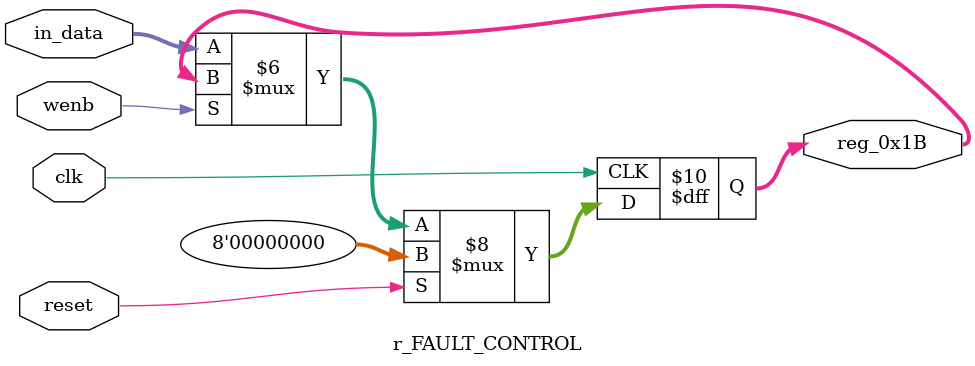
<source format=v>
module r_FAULT_CONTROL(output reg [7:0] reg_0x1B, input wire reset, input wire wenb, input wire [7:0] in_data, input wire clk);
	always@(posedge clk)
	begin
		if(reset==0) begin
			if(wenb==0)
				reg_0x1B<=in_data;
			else
				reg_0x1B<=reg_0x1B;
		end
		else
			reg_0x1B<=8'h00;
	end
endmodule
</source>
